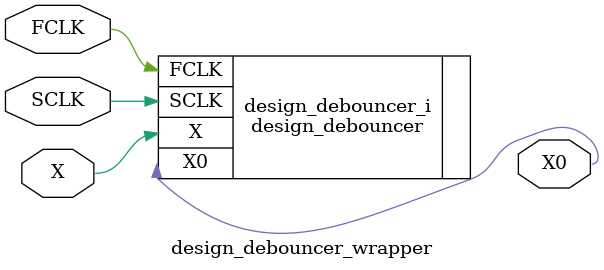
<source format=v>
`timescale 1 ps / 1 ps

module design_debouncer_wrapper
   (FCLK,
    SCLK,
    X,
    X0);
  input FCLK;
  input SCLK;
  input X;
  output X0;

  wire FCLK;
  wire SCLK;
  wire X;
  wire X0;

  design_debouncer design_debouncer_i
       (.FCLK(FCLK),
        .SCLK(SCLK),
        .X(X),
        .X0(X0));
endmodule

</source>
